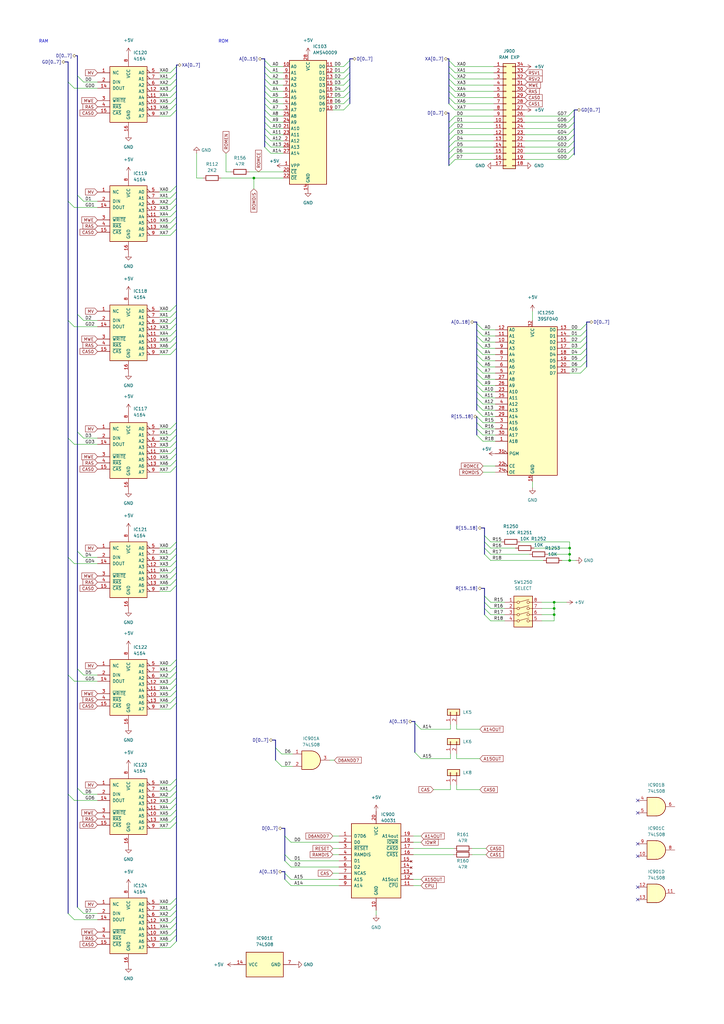
<source format=kicad_sch>
(kicad_sch (version 20230121) (generator eeschema)
  (paper "A3" portrait)
  (junction (at 227.33 252.095))
  (junction (at 233.68 227.33))
  (junction (at 227.33 247.015))
  (junction (at 227.33 249.555))
  (junction (at 104.14 73.025))
  (junction (at 233.68 229.87))
  (junction (at 233.68 224.79))
  (no_connect (at 261.62 368.935))
  (no_connect (at 261.62 363.855))
  (no_connect (at 261.62 351.155))
  (no_connect (at 261.62 346.075))
  (no_connect (at 261.62 333.375))
  (no_connect (at 261.62 328.295))
  (bus_entry (at 195.58 173.355) (size 2.54 2.54))
  (bus_entry (at 69.85 45.085) (size 2.54 -2.54))
  (bus_entry (at 27.94 33.655) (size 2.54 2.54))
  (bus_entry (at 31.75 31.115) (size 2.54 2.54))
  (bus_entry (at 108.585 52.705) (size 2.54 2.54))
  (bus_entry (at 69.85 130.175) (size 2.54 -2.54))
  (bus_entry (at 195.58 145.415) (size 2.54 2.54))
  (bus_entry (at 195.58 158.115) (size 2.54 2.54))
  (bus_entry (at 69.85 332.105) (size 2.54 -2.54))
  (bus_entry (at 195.58 135.255) (size 2.54 2.54))
  (bus_entry (at 186.69 27.305) (size -2.54 -2.54))
  (bus_entry (at 69.85 240.03) (size 2.54 -2.54))
  (bus_entry (at 186.69 32.385) (size -2.54 -2.54))
  (bus_entry (at 233.045 55.245) (size 2.54 -2.54))
  (bus_entry (at 69.85 88.9) (size 2.54 -2.54))
  (bus_entry (at 69.85 175.895) (size 2.54 -2.54))
  (bus_entry (at 69.85 280.67) (size 2.54 -2.54))
  (bus_entry (at 69.85 334.645) (size 2.54 -2.54))
  (bus_entry (at 198.755 244.475) (size 2.54 2.54))
  (bus_entry (at 69.85 180.975) (size 2.54 -2.54))
  (bus_entry (at 69.85 242.57) (size 2.54 -2.54))
  (bus_entry (at 195.58 142.875) (size 2.54 2.54))
  (bus_entry (at 238.125 147.955) (size 2.54 -2.54))
  (bus_entry (at 69.85 370.84) (size 2.54 -2.54))
  (bus_entry (at 69.85 232.41) (size 2.54 -2.54))
  (bus_entry (at 69.85 78.74) (size 2.54 -2.54))
  (bus_entry (at 170.18 308.61) (size 2.54 2.54))
  (bus_entry (at 119.38 345.44) (size -2.54 -2.54))
  (bus_entry (at 119.38 355.6) (size -2.54 -2.54))
  (bus_entry (at 69.85 186.055) (size 2.54 -2.54))
  (bus_entry (at 170.18 296.545) (size 2.54 2.54))
  (bus_entry (at 31.75 177.165) (size 2.54 2.54))
  (bus_entry (at 69.85 42.545) (size 2.54 -2.54))
  (bus_entry (at 195.58 140.335) (size 2.54 2.54))
  (bus_entry (at 69.85 193.675) (size 2.54 -2.54))
  (bus_entry (at 69.85 93.98) (size 2.54 -2.54))
  (bus_entry (at 238.125 140.335) (size 2.54 -2.54))
  (bus_entry (at 198.755 252.095) (size 2.54 2.54))
  (bus_entry (at 198.755 249.555) (size 2.54 2.54))
  (bus_entry (at 69.85 188.595) (size 2.54 -2.54))
  (bus_entry (at 195.58 170.815) (size 2.54 2.54))
  (bus_entry (at 69.85 142.875) (size 2.54 -2.54))
  (bus_entry (at 108.585 37.465) (size 2.54 2.54))
  (bus_entry (at 108.585 50.165) (size 2.54 2.54))
  (bus_entry (at 116.84 358.14) (size 2.54 2.54))
  (bus_entry (at 233.045 57.785) (size 2.54 -2.54))
  (bus_entry (at 108.585 29.845) (size 2.54 2.54))
  (bus_entry (at 108.585 34.925) (size 2.54 2.54))
  (bus_entry (at 108.585 57.785) (size 2.54 2.54))
  (bus_entry (at 108.585 60.325) (size 2.54 2.54))
  (bus_entry (at 108.585 55.245) (size 2.54 2.54))
  (bus_entry (at 69.85 327.025) (size 2.54 -2.54))
  (bus_entry (at 115.57 309.245) (size -2.54 -2.54))
  (bus_entry (at 198.755 219.71) (size 2.54 2.54))
  (bus_entry (at 108.585 42.545) (size 2.54 2.54))
  (bus_entry (at 69.85 135.255) (size 2.54 -2.54))
  (bus_entry (at 195.58 175.895) (size 2.54 2.54))
  (bus_entry (at 69.85 339.725) (size 2.54 -2.54))
  (bus_entry (at 108.585 40.005) (size 2.54 2.54))
  (bus_entry (at 108.585 32.385) (size 2.54 2.54))
  (bus_entry (at 69.85 96.52) (size 2.54 -2.54))
  (bus_entry (at 184.15 60.325) (size 2.54 -2.54))
  (bus_entry (at 69.85 32.385) (size 2.54 -2.54))
  (bus_entry (at 233.045 47.625) (size 2.54 -2.54))
  (bus_entry (at 184.15 57.785) (size 2.54 -2.54))
  (bus_entry (at 140.97 32.385) (size 2.54 -2.54))
  (bus_entry (at 69.85 224.79) (size 2.54 -2.54))
  (bus_entry (at 27.94 179.705) (size 2.54 2.54))
  (bus_entry (at 69.85 86.36) (size 2.54 -2.54))
  (bus_entry (at 238.125 142.875) (size 2.54 -2.54))
  (bus_entry (at 233.045 65.405) (size 2.54 -2.54))
  (bus_entry (at 27.94 325.755) (size 2.54 2.54))
  (bus_entry (at 69.85 40.005) (size 2.54 -2.54))
  (bus_entry (at 27.94 82.55) (size 2.54 2.54))
  (bus_entry (at 69.85 91.44) (size 2.54 -2.54))
  (bus_entry (at 69.85 137.795) (size 2.54 -2.54))
  (bus_entry (at 195.58 137.795) (size 2.54 2.54))
  (bus_entry (at 108.585 24.765) (size 2.54 2.54))
  (bus_entry (at 69.85 278.13) (size 2.54 -2.54))
  (bus_entry (at 69.85 321.945) (size 2.54 -2.54))
  (bus_entry (at 31.75 274.32) (size 2.54 2.54))
  (bus_entry (at 195.58 147.955) (size 2.54 2.54))
  (bus_entry (at 69.85 375.92) (size 2.54 -2.54))
  (bus_entry (at 69.85 81.28) (size 2.54 -2.54))
  (bus_entry (at 69.85 283.21) (size 2.54 -2.54))
  (bus_entry (at 184.15 67.945) (size 2.54 -2.54))
  (bus_entry (at 69.85 378.46) (size 2.54 -2.54))
  (bus_entry (at 69.85 381) (size 2.54 -2.54))
  (bus_entry (at 69.85 47.625) (size 2.54 -2.54))
  (bus_entry (at 184.15 62.865) (size 2.54 -2.54))
  (bus_entry (at 233.045 62.865) (size 2.54 -2.54))
  (bus_entry (at 31.75 323.215) (size 2.54 2.54))
  (bus_entry (at 195.58 168.275) (size 2.54 2.54))
  (bus_entry (at 195.58 153.035) (size 2.54 2.54))
  (bus_entry (at 233.045 52.705) (size 2.54 -2.54))
  (bus_entry (at 195.58 150.495) (size 2.54 2.54))
  (bus_entry (at 140.97 37.465) (size 2.54 -2.54))
  (bus_entry (at 69.85 273.05) (size 2.54 -2.54))
  (bus_entry (at 108.585 27.305) (size 2.54 2.54))
  (bus_entry (at 195.58 132.715) (size 2.54 2.54))
  (bus_entry (at 69.85 140.335) (size 2.54 -2.54))
  (bus_entry (at 27.94 131.445) (size 2.54 2.54))
  (bus_entry (at 238.125 145.415) (size 2.54 -2.54))
  (bus_entry (at 140.97 34.925) (size 2.54 -2.54))
  (bus_entry (at 238.125 137.795) (size 2.54 -2.54))
  (bus_entry (at 69.85 383.54) (size 2.54 -2.54))
  (bus_entry (at 140.97 40.005) (size 2.54 -2.54))
  (bus_entry (at 140.97 29.845) (size 2.54 -2.54))
  (bus_entry (at 69.85 324.485) (size 2.54 -2.54))
  (bus_entry (at 31.75 128.905) (size 2.54 2.54))
  (bus_entry (at 69.85 178.435) (size 2.54 -2.54))
  (bus_entry (at 233.045 60.325) (size 2.54 -2.54))
  (bus_entry (at 69.85 386.08) (size 2.54 -2.54))
  (bus_entry (at 184.15 65.405) (size 2.54 -2.54))
  (bus_entry (at 69.85 227.33) (size 2.54 -2.54))
  (bus_entry (at 238.125 150.495) (size 2.54 -2.54))
  (bus_entry (at 69.85 285.75) (size 2.54 -2.54))
  (bus_entry (at 69.85 234.95) (size 2.54 -2.54))
  (bus_entry (at 195.58 163.195) (size 2.54 2.54))
  (bus_entry (at 198.755 222.25) (size 2.54 2.54))
  (bus_entry (at 69.85 29.845) (size 2.54 -2.54))
  (bus_entry (at 69.85 83.82) (size 2.54 -2.54))
  (bus_entry (at 27.94 228.6) (size 2.54 2.54))
  (bus_entry (at 184.15 52.705) (size 2.54 -2.54))
  (bus_entry (at 184.15 50.165) (size 2.54 -2.54))
  (bus_entry (at 31.75 226.06) (size 2.54 2.54))
  (bus_entry (at 238.125 153.035) (size 2.54 -2.54))
  (bus_entry (at 140.97 27.305) (size 2.54 -2.54))
  (bus_entry (at 69.85 329.565) (size 2.54 -2.54))
  (bus_entry (at 238.125 135.255) (size 2.54 -2.54))
  (bus_entry (at 198.755 224.79) (size 2.54 2.54))
  (bus_entry (at 69.85 191.135) (size 2.54 -2.54))
  (bus_entry (at 27.94 374.65) (size 2.54 2.54))
  (bus_entry (at 186.69 40.005) (size -2.54 -2.54))
  (bus_entry (at 69.85 229.87) (size 2.54 -2.54))
  (bus_entry (at 108.585 47.625) (size 2.54 2.54))
  (bus_entry (at 116.84 360.68) (size 2.54 2.54))
  (bus_entry (at 184.15 55.245) (size 2.54 -2.54))
  (bus_entry (at 198.755 247.015) (size 2.54 2.54))
  (bus_entry (at 69.85 37.465) (size 2.54 -2.54))
  (bus_entry (at 69.85 132.715) (size 2.54 -2.54))
  (bus_entry (at 115.57 314.325) (size -2.54 -2.54))
  (bus_entry (at 140.97 42.545) (size 2.54 -2.54))
  (bus_entry (at 69.85 290.83) (size 2.54 -2.54))
  (bus_entry (at 195.58 160.655) (size 2.54 2.54))
  (bus_entry (at 69.85 388.62) (size 2.54 -2.54))
  (bus_entry (at 69.85 34.925) (size 2.54 -2.54))
  (bus_entry (at 69.85 127.635) (size 2.54 -2.54))
  (bus_entry (at 69.85 183.515) (size 2.54 -2.54))
  (bus_entry (at 186.69 42.545) (size -2.54 -2.54))
  (bus_entry (at 186.69 37.465) (size -2.54 -2.54))
  (bus_entry (at 108.585 45.085) (size 2.54 2.54))
  (bus_entry (at 186.69 29.845) (size -2.54 -2.54))
  (bus_entry (at 31.75 80.01) (size 2.54 2.54))
  (bus_entry (at 69.85 288.29) (size 2.54 -2.54))
  (bus_entry (at 198.755 227.33) (size 2.54 2.54))
  (bus_entry (at 186.69 34.925) (size -2.54 -2.54))
  (bus_entry (at 195.58 178.435) (size 2.54 2.54))
  (bus_entry (at 69.85 337.185) (size 2.54 -2.54))
  (bus_entry (at 195.58 155.575) (size 2.54 2.54))
  (bus_entry (at 140.97 45.085) (size 2.54 -2.54))
  (bus_entry (at 69.85 145.415) (size 2.54 -2.54))
  (bus_entry (at 69.85 237.49) (size 2.54 -2.54))
  (bus_entry (at 195.58 165.735) (size 2.54 2.54))
  (bus_entry (at 186.69 45.085) (size -2.54 -2.54))
  (bus_entry (at 233.045 50.165) (size 2.54 -2.54))
  (bus_entry (at 116.84 350.52) (size 2.54 2.54))
  (bus_entry (at 27.94 276.86) (size 2.54 2.54))
  (bus_entry (at 31.75 372.11) (size 2.54 2.54))
  (bus_entry (at 69.85 275.59) (size 2.54 -2.54))
  (bus_entry (at 69.85 373.38) (size 2.54 -2.54))
  (bus (pts (xy 184.15 37.465) (xy 184.15 40.005)))
  (wire (pts (xy 227.33 252.095) (xy 227.33 249.555)))
  (bus (pts (xy 72.39 135.255) (xy 72.39 137.795)))
  (wire (pts (xy 65.405 45.085) (xy 69.85 45.085)))
  (wire (pts (xy 92.71 62.865) (xy 92.71 70.485)))
  (wire (pts (xy 215.265 60.325) (xy 233.045 60.325)))
  (wire (pts (xy 177.8 323.85) (xy 184.785 323.85)))
  (bus (pts (xy 31.75 22.86) (xy 31.75 31.115)))
  (bus (pts (xy 72.39 191.135) (xy 72.39 222.25)))
  (bus (pts (xy 72.39 45.085) (xy 72.39 76.2)))
  (bus (pts (xy 116.84 358.14) (xy 116.84 360.68)))
  (wire (pts (xy 111.125 52.705) (xy 116.205 52.705)))
  (wire (pts (xy 186.69 42.545) (xy 202.565 42.545)))
  (wire (pts (xy 198.12 142.875) (xy 203.2 142.875)))
  (wire (pts (xy 104.14 73.025) (xy 104.14 77.47)))
  (wire (pts (xy 236.22 229.87) (xy 233.68 229.87)))
  (wire (pts (xy 169.545 360.68) (xy 172.72 360.68)))
  (bus (pts (xy 184.15 57.785) (xy 184.15 60.325)))
  (wire (pts (xy 30.48 36.195) (xy 40.005 36.195)))
  (wire (pts (xy 186.69 40.005) (xy 202.565 40.005)))
  (bus (pts (xy 235.585 50.165) (xy 235.585 52.705)))
  (bus (pts (xy 72.39 29.845) (xy 72.39 32.385)))
  (wire (pts (xy 34.29 276.86) (xy 40.005 276.86)))
  (wire (pts (xy 198.12 155.575) (xy 203.2 155.575)))
  (wire (pts (xy 227.33 254.635) (xy 227.33 252.095)))
  (bus (pts (xy 195.58 145.415) (xy 195.58 147.955)))
  (bus (pts (xy 195.58 135.255) (xy 195.58 137.795)))
  (bus (pts (xy 27.94 325.755) (xy 27.94 374.65)))
  (bus (pts (xy 72.39 273.05) (xy 72.39 275.59)))
  (bus (pts (xy 116.84 342.9) (xy 116.84 350.52)))
  (wire (pts (xy 222.25 249.555) (xy 227.33 249.555)))
  (wire (pts (xy 119.38 353.06) (xy 139.065 353.06)))
  (wire (pts (xy 65.405 329.565) (xy 69.85 329.565)))
  (wire (pts (xy 65.405 145.415) (xy 69.85 145.415)))
  (bus (pts (xy 111.76 303.53) (xy 113.03 303.53)))
  (wire (pts (xy 201.295 254.635) (xy 207.01 254.635)))
  (wire (pts (xy 224.79 227.33) (xy 233.68 227.33)))
  (bus (pts (xy 72.39 240.03) (xy 72.39 270.51)))
  (bus (pts (xy 184.15 60.325) (xy 184.15 62.865)))
  (bus (pts (xy 198.755 241.3) (xy 198.755 244.475)))
  (bus (pts (xy 27.94 25.4) (xy 27.94 33.655)))
  (wire (pts (xy 233.68 137.795) (xy 238.125 137.795)))
  (wire (pts (xy 198.12 163.195) (xy 203.2 163.195)))
  (wire (pts (xy 222.25 252.095) (xy 227.33 252.095)))
  (wire (pts (xy 222.25 254.635) (xy 227.33 254.635)))
  (bus (pts (xy 72.39 370.84) (xy 72.39 373.38)))
  (bus (pts (xy 72.39 78.74) (xy 72.39 81.28)))
  (wire (pts (xy 187.325 311.15) (xy 187.325 309.245)))
  (wire (pts (xy 65.405 191.135) (xy 69.85 191.135)))
  (wire (pts (xy 65.405 132.715) (xy 69.85 132.715)))
  (bus (pts (xy 72.39 319.405) (xy 72.39 321.945)))
  (wire (pts (xy 65.405 130.175) (xy 69.85 130.175)))
  (wire (pts (xy 65.405 332.105) (xy 69.85 332.105)))
  (bus (pts (xy 108.585 34.925) (xy 108.585 37.465)))
  (wire (pts (xy 198.12 165.735) (xy 203.2 165.735)))
  (wire (pts (xy 65.405 275.59) (xy 69.85 275.59)))
  (wire (pts (xy 65.405 232.41) (xy 69.85 232.41)))
  (wire (pts (xy 111.125 34.925) (xy 116.205 34.925)))
  (wire (pts (xy 215.265 57.785) (xy 233.045 57.785)))
  (bus (pts (xy 184.15 24.765) (xy 184.15 27.305)))
  (bus (pts (xy 31.75 31.115) (xy 31.75 80.01)))
  (bus (pts (xy 72.39 173.355) (xy 72.39 175.895)))
  (bus (pts (xy 235.585 60.325) (xy 235.585 62.865)))
  (bus (pts (xy 116.84 357.505) (xy 116.84 358.14)))
  (bus (pts (xy 143.51 40.005) (xy 143.51 42.545)))
  (bus (pts (xy 240.665 132.715) (xy 240.665 135.255)))
  (bus (pts (xy 27.94 82.55) (xy 27.94 131.445)))
  (wire (pts (xy 65.405 234.95) (xy 69.85 234.95)))
  (wire (pts (xy 65.405 224.79) (xy 69.85 224.79)))
  (wire (pts (xy 136.525 358.14) (xy 139.065 358.14)))
  (bus (pts (xy 241.935 132.08) (xy 240.665 132.08)))
  (wire (pts (xy 136.525 350.52) (xy 139.065 350.52)))
  (bus (pts (xy 143.51 29.845) (xy 143.51 32.385)))
  (wire (pts (xy 218.44 127.635) (xy 218.44 131.445)))
  (bus (pts (xy 184.15 55.245) (xy 184.15 57.785)))
  (bus (pts (xy 72.39 125.095) (xy 72.39 127.635)))
  (wire (pts (xy 213.36 222.25) (xy 233.68 222.25)))
  (wire (pts (xy 65.405 381) (xy 69.85 381)))
  (bus (pts (xy 240.665 137.795) (xy 240.665 140.335)))
  (bus (pts (xy 184.15 24.13) (xy 184.15 24.765)))
  (wire (pts (xy 186.69 60.325) (xy 202.565 60.325)))
  (wire (pts (xy 172.72 345.44) (xy 169.545 345.44)))
  (bus (pts (xy 108.585 50.165) (xy 108.585 52.705)))
  (bus (pts (xy 72.39 76.2) (xy 72.39 78.74)))
  (bus (pts (xy 72.39 337.185) (xy 72.39 368.3)))
  (wire (pts (xy 30.48 231.14) (xy 40.005 231.14)))
  (bus (pts (xy 143.51 37.465) (xy 143.51 40.005)))
  (bus (pts (xy 72.39 368.3) (xy 72.39 370.84)))
  (bus (pts (xy 108.585 29.845) (xy 108.585 32.385)))
  (bus (pts (xy 195.58 137.795) (xy 195.58 140.335)))
  (wire (pts (xy 186.69 65.405) (xy 202.565 65.405)))
  (bus (pts (xy 195.58 153.035) (xy 195.58 155.575)))
  (bus (pts (xy 198.755 219.71) (xy 198.755 222.25)))
  (wire (pts (xy 111.125 45.085) (xy 116.205 45.085)))
  (bus (pts (xy 235.585 62.865) (xy 235.585 63.5)))
  (bus (pts (xy 184.15 29.845) (xy 184.15 32.385)))
  (wire (pts (xy 111.125 60.325) (xy 116.205 60.325)))
  (wire (pts (xy 65.405 93.98) (xy 69.85 93.98)))
  (wire (pts (xy 154.305 375.285) (xy 154.305 373.38)))
  (bus (pts (xy 108.585 55.245) (xy 108.585 57.785)))
  (wire (pts (xy 198.12 175.895) (xy 203.2 175.895)))
  (bus (pts (xy 195.58 165.735) (xy 195.58 168.275)))
  (bus (pts (xy 72.39 334.645) (xy 72.39 337.185)))
  (wire (pts (xy 201.295 249.555) (xy 207.01 249.555)))
  (bus (pts (xy 115.57 339.725) (xy 116.84 339.725)))
  (bus (pts (xy 184.15 52.705) (xy 184.15 55.245)))
  (bus (pts (xy 72.39 234.95) (xy 72.39 237.49)))
  (wire (pts (xy 65.405 334.645) (xy 69.85 334.645)))
  (wire (pts (xy 198.12 180.975) (xy 203.2 180.975)))
  (wire (pts (xy 215.265 47.625) (xy 233.045 47.625)))
  (wire (pts (xy 65.405 88.9) (xy 69.85 88.9)))
  (bus (pts (xy 72.39 34.925) (xy 72.39 37.465)))
  (bus (pts (xy 72.39 381) (xy 72.39 383.54)))
  (bus (pts (xy 240.665 132.08) (xy 240.665 132.715)))
  (bus (pts (xy 72.39 229.87) (xy 72.39 232.41)))
  (bus (pts (xy 183.515 46.355) (xy 184.15 46.355)))
  (bus (pts (xy 26.67 25.4) (xy 27.94 25.4)))
  (wire (pts (xy 172.72 299.085) (xy 184.785 299.085)))
  (bus (pts (xy 143.51 32.385) (xy 143.51 34.925)))
  (wire (pts (xy 119.38 360.68) (xy 139.065 360.68)))
  (bus (pts (xy 27.94 131.445) (xy 27.94 179.705)))
  (wire (pts (xy 186.69 62.865) (xy 202.565 62.865)))
  (bus (pts (xy 72.39 130.175) (xy 72.39 132.715)))
  (bus (pts (xy 72.39 40.005) (xy 72.39 42.545)))
  (wire (pts (xy 111.125 37.465) (xy 116.205 37.465)))
  (bus (pts (xy 72.39 288.29) (xy 72.39 319.405)))
  (wire (pts (xy 65.405 32.385) (xy 69.85 32.385)))
  (wire (pts (xy 65.405 324.485) (xy 69.85 324.485)))
  (bus (pts (xy 72.39 227.33) (xy 72.39 229.87)))
  (bus (pts (xy 72.39 373.38) (xy 72.39 375.92)))
  (bus (pts (xy 72.39 186.055) (xy 72.39 188.595)))
  (wire (pts (xy 65.405 337.185) (xy 69.85 337.185)))
  (wire (pts (xy 65.405 188.595) (xy 69.85 188.595)))
  (wire (pts (xy 186.69 37.465) (xy 202.565 37.465)))
  (wire (pts (xy 120.015 309.245) (xy 115.57 309.245)))
  (wire (pts (xy 198.12 150.495) (xy 203.2 150.495)))
  (wire (pts (xy 198.12 135.255) (xy 203.2 135.255)))
  (wire (pts (xy 65.405 339.725) (xy 69.85 339.725)))
  (wire (pts (xy 65.405 242.57) (xy 69.85 242.57)))
  (wire (pts (xy 65.405 96.52) (xy 69.85 96.52)))
  (wire (pts (xy 186.69 34.925) (xy 202.565 34.925)))
  (wire (pts (xy 186.69 55.245) (xy 202.565 55.245)))
  (wire (pts (xy 233.68 140.335) (xy 238.125 140.335)))
  (wire (pts (xy 30.48 85.09) (xy 40.005 85.09)))
  (bus (pts (xy 27.94 276.86) (xy 27.94 325.755)))
  (bus (pts (xy 108.585 40.005) (xy 108.585 42.545)))
  (bus (pts (xy 143.51 24.765) (xy 143.51 27.305)))
  (bus (pts (xy 184.15 65.405) (xy 184.15 67.945)))
  (bus (pts (xy 72.39 329.565) (xy 72.39 332.105)))
  (bus (pts (xy 72.39 332.105) (xy 72.39 334.645)))
  (wire (pts (xy 187.325 299.085) (xy 187.325 297.18)))
  (wire (pts (xy 198.12 140.335) (xy 203.2 140.335)))
  (wire (pts (xy 186.69 50.165) (xy 202.565 50.165)))
  (bus (pts (xy 72.39 222.25) (xy 72.39 224.79)))
  (wire (pts (xy 198.12 137.795) (xy 203.2 137.795)))
  (bus (pts (xy 72.39 327.025) (xy 72.39 329.565)))
  (wire (pts (xy 65.405 40.005) (xy 69.85 40.005)))
  (bus (pts (xy 108.585 52.705) (xy 108.585 55.245)))
  (wire (pts (xy 94.615 70.485) (xy 92.71 70.485)))
  (wire (pts (xy 30.48 279.4) (xy 40.005 279.4)))
  (bus (pts (xy 198.755 249.555) (xy 198.755 252.095)))
  (bus (pts (xy 72.39 93.98) (xy 72.39 125.095)))
  (wire (pts (xy 34.29 33.655) (xy 40.005 33.655)))
  (bus (pts (xy 72.39 283.21) (xy 72.39 285.75)))
  (wire (pts (xy 65.405 280.67) (xy 69.85 280.67)))
  (wire (pts (xy 65.405 42.545) (xy 69.85 42.545)))
  (bus (pts (xy 72.39 26.67) (xy 72.39 27.305)))
  (wire (pts (xy 65.405 278.13) (xy 69.85 278.13)))
  (wire (pts (xy 104.14 73.025) (xy 116.205 73.025)))
  (bus (pts (xy 195.58 140.335) (xy 195.58 142.875)))
  (wire (pts (xy 172.72 311.15) (xy 184.785 311.15)))
  (bus (pts (xy 198.755 222.25) (xy 198.755 224.79)))
  (wire (pts (xy 65.405 375.92) (xy 69.85 375.92)))
  (bus (pts (xy 184.15 32.385) (xy 184.15 34.925)))
  (bus (pts (xy 72.39 237.49) (xy 72.39 240.03)))
  (wire (pts (xy 111.125 62.865) (xy 116.205 62.865)))
  (wire (pts (xy 65.405 34.925) (xy 69.85 34.925)))
  (bus (pts (xy 235.585 52.705) (xy 235.585 55.245)))
  (wire (pts (xy 65.405 229.87) (xy 69.85 229.87)))
  (wire (pts (xy 111.125 47.625) (xy 116.205 47.625)))
  (wire (pts (xy 65.405 47.625) (xy 69.85 47.625)))
  (bus (pts (xy 72.39 183.515) (xy 72.39 186.055)))
  (wire (pts (xy 136.525 42.545) (xy 140.97 42.545)))
  (wire (pts (xy 201.295 252.095) (xy 207.01 252.095)))
  (bus (pts (xy 195.58 132.715) (xy 195.58 135.255)))
  (wire (pts (xy 196.85 299.085) (xy 187.325 299.085)))
  (wire (pts (xy 199.39 347.98) (xy 193.675 347.98)))
  (wire (pts (xy 65.405 178.435) (xy 69.85 178.435)))
  (bus (pts (xy 168.91 295.91) (xy 170.18 295.91)))
  (bus (pts (xy 236.855 45.085) (xy 235.585 45.085)))
  (wire (pts (xy 65.405 237.49) (xy 69.85 237.49)))
  (bus (pts (xy 195.58 132.08) (xy 195.58 132.715)))
  (wire (pts (xy 218.44 200.025) (xy 218.44 197.485)))
  (wire (pts (xy 172.72 342.9) (xy 169.545 342.9)))
  (bus (pts (xy 72.39 127.635) (xy 72.39 130.175)))
  (bus (pts (xy 195.58 150.495) (xy 195.58 153.035)))
  (wire (pts (xy 65.405 86.36) (xy 69.85 86.36)))
  (wire (pts (xy 186.69 47.625) (xy 202.565 47.625)))
  (bus (pts (xy 116.84 339.725) (xy 116.84 342.9)))
  (bus (pts (xy 72.39 178.435) (xy 72.39 180.975)))
  (wire (pts (xy 198.12 193.675) (xy 203.2 193.675)))
  (wire (pts (xy 198.12 170.815) (xy 203.2 170.815)))
  (wire (pts (xy 136.525 27.305) (xy 140.97 27.305)))
  (bus (pts (xy 197.485 216.535) (xy 198.755 216.535)))
  (bus (pts (xy 108.585 57.785) (xy 108.585 60.325)))
  (bus (pts (xy 108.585 24.13) (xy 108.585 24.765)))
  (wire (pts (xy 186.69 57.785) (xy 202.565 57.785)))
  (bus (pts (xy 198.755 244.475) (xy 198.755 247.015)))
  (wire (pts (xy 65.405 373.38) (xy 69.85 373.38)))
  (bus (pts (xy 72.39 232.41) (xy 72.39 234.95)))
  (wire (pts (xy 34.29 374.65) (xy 40.005 374.65)))
  (wire (pts (xy 111.125 42.545) (xy 116.205 42.545)))
  (bus (pts (xy 72.39 137.795) (xy 72.39 140.335)))
  (wire (pts (xy 136.525 45.085) (xy 140.97 45.085)))
  (wire (pts (xy 136.525 34.925) (xy 140.97 34.925)))
  (bus (pts (xy 72.39 275.59) (xy 72.39 278.13)))
  (wire (pts (xy 65.405 135.255) (xy 69.85 135.255)))
  (bus (pts (xy 195.58 175.895) (xy 195.58 178.435)))
  (bus (pts (xy 31.115 22.86) (xy 31.75 22.86)))
  (bus (pts (xy 72.39 375.92) (xy 72.39 378.46)))
  (wire (pts (xy 65.405 137.795) (xy 69.85 137.795)))
  (wire (pts (xy 119.38 363.22) (xy 139.065 363.22)))
  (wire (pts (xy 34.29 179.705) (xy 40.005 179.705)))
  (wire (pts (xy 111.125 50.165) (xy 116.205 50.165)))
  (wire (pts (xy 65.405 288.29) (xy 69.85 288.29)))
  (bus (pts (xy 240.665 142.875) (xy 240.665 145.415)))
  (wire (pts (xy 215.265 65.405) (xy 233.045 65.405)))
  (bus (pts (xy 195.58 160.655) (xy 195.58 163.195)))
  (wire (pts (xy 186.69 27.305) (xy 202.565 27.305)))
  (wire (pts (xy 196.85 311.15) (xy 187.325 311.15)))
  (bus (pts (xy 72.39 180.975) (xy 72.39 183.515)))
  (wire (pts (xy 233.68 145.415) (xy 238.125 145.415)))
  (bus (pts (xy 240.665 147.955) (xy 240.665 150.495)))
  (wire (pts (xy 65.405 175.895) (xy 69.85 175.895)))
  (bus (pts (xy 235.585 57.785) (xy 235.585 60.325)))
  (wire (pts (xy 65.405 193.675) (xy 69.85 193.675)))
  (bus (pts (xy 72.39 224.79) (xy 72.39 227.33)))
  (wire (pts (xy 65.405 78.74) (xy 69.85 78.74)))
  (wire (pts (xy 196.85 323.85) (xy 187.325 323.85)))
  (wire (pts (xy 65.405 227.33) (xy 69.85 227.33)))
  (bus (pts (xy 170.18 295.91) (xy 170.18 296.545)))
  (bus (pts (xy 31.75 274.32) (xy 31.75 323.215)))
  (wire (pts (xy 184.785 323.85) (xy 184.785 321.945)))
  (bus (pts (xy 183.515 24.13) (xy 184.15 24.13)))
  (bus (pts (xy 72.39 91.44) (xy 72.39 93.98)))
  (bus (pts (xy 235.585 45.085) (xy 235.585 47.625)))
  (bus (pts (xy 108.585 32.385) (xy 108.585 34.925)))
  (bus (pts (xy 108.585 37.465) (xy 108.585 40.005)))
  (wire (pts (xy 136.525 32.385) (xy 140.97 32.385)))
  (wire (pts (xy 198.12 147.955) (xy 203.2 147.955)))
  (wire (pts (xy 65.405 285.75) (xy 69.85 285.75)))
  (bus (pts (xy 197.485 241.3) (xy 198.755 241.3)))
  (wire (pts (xy 65.405 180.975) (xy 69.85 180.975)))
  (bus (pts (xy 72.39 27.305) (xy 72.39 29.845)))
  (wire (pts (xy 65.405 29.845) (xy 69.85 29.845)))
  (bus (pts (xy 108.585 42.545) (xy 108.585 45.085)))
  (bus (pts (xy 27.94 33.655) (xy 27.94 82.55)))
  (wire (pts (xy 90.805 73.025) (xy 104.14 73.025)))
  (wire (pts (xy 230.505 229.87) (xy 233.68 229.87)))
  (wire (pts (xy 30.48 133.985) (xy 40.005 133.985)))
  (bus (pts (xy 184.15 46.355) (xy 184.15 50.165)))
  (wire (pts (xy 34.29 82.55) (xy 40.005 82.55)))
  (wire (pts (xy 65.405 290.83) (xy 69.85 290.83)))
  (bus (pts (xy 195.58 147.955) (xy 195.58 150.495)))
  (wire (pts (xy 201.295 224.79) (xy 211.455 224.79)))
  (wire (pts (xy 120.015 314.325) (xy 115.57 314.325)))
  (bus (pts (xy 108.585 24.765) (xy 108.585 27.305)))
  (wire (pts (xy 201.295 222.25) (xy 205.74 222.25)))
  (bus (pts (xy 170.18 296.545) (xy 170.18 308.61)))
  (wire (pts (xy 201.295 227.33) (xy 217.17 227.33)))
  (wire (pts (xy 136.525 347.98) (xy 139.065 347.98)))
  (wire (pts (xy 30.48 182.245) (xy 40.005 182.245)))
  (wire (pts (xy 65.405 383.54) (xy 69.85 383.54)))
  (wire (pts (xy 65.405 81.28) (xy 69.85 81.28)))
  (wire (pts (xy 233.68 224.79) (xy 233.68 227.33)))
  (wire (pts (xy 215.265 52.705) (xy 233.045 52.705)))
  (wire (pts (xy 215.265 50.165) (xy 233.045 50.165)))
  (wire (pts (xy 65.405 378.46) (xy 69.85 378.46)))
  (wire (pts (xy 184.785 299.085) (xy 184.785 297.18)))
  (bus (pts (xy 108.585 27.305) (xy 108.585 29.845)))
  (wire (pts (xy 233.68 142.875) (xy 238.125 142.875)))
  (bus (pts (xy 143.51 27.305) (xy 143.51 29.845)))
  (bus (pts (xy 198.755 247.015) (xy 198.755 249.555)))
  (wire (pts (xy 119.38 345.44) (xy 139.065 345.44)))
  (bus (pts (xy 72.39 86.36) (xy 72.39 88.9)))
  (wire (pts (xy 34.29 325.755) (xy 40.005 325.755)))
  (wire (pts (xy 102.235 70.485) (xy 116.205 70.485)))
  (wire (pts (xy 222.25 247.015) (xy 227.33 247.015)))
  (bus (pts (xy 240.665 135.255) (xy 240.665 137.795)))
  (bus (pts (xy 108.585 47.625) (xy 108.585 50.165)))
  (wire (pts (xy 186.69 32.385) (xy 202.565 32.385)))
  (bus (pts (xy 108.585 45.085) (xy 108.585 47.625)))
  (wire (pts (xy 199.39 350.52) (xy 193.675 350.52)))
  (wire (pts (xy 136.525 29.845) (xy 140.97 29.845)))
  (bus (pts (xy 72.39 132.715) (xy 72.39 135.255)))
  (wire (pts (xy 186.69 29.845) (xy 202.565 29.845)))
  (wire (pts (xy 201.295 247.015) (xy 207.01 247.015)))
  (bus (pts (xy 27.94 179.705) (xy 27.94 228.6)))
  (wire (pts (xy 219.075 224.79) (xy 233.68 224.79)))
  (wire (pts (xy 65.405 91.44) (xy 69.85 91.44)))
  (bus (pts (xy 198.755 224.79) (xy 198.755 227.33)))
  (wire (pts (xy 136.525 37.465) (xy 140.97 37.465)))
  (bus (pts (xy 144.78 24.13) (xy 143.51 24.13)))
  (bus (pts (xy 235.585 47.625) (xy 235.585 50.165)))
  (wire (pts (xy 65.405 388.62) (xy 69.85 388.62)))
  (wire (pts (xy 119.38 355.6) (xy 139.065 355.6)))
  (bus (pts (xy 31.75 128.905) (xy 31.75 177.165)))
  (bus (pts (xy 72.39 324.485) (xy 72.39 327.025)))
  (wire (pts (xy 34.29 131.445) (xy 40.005 131.445)))
  (bus (pts (xy 194.31 132.08) (xy 195.58 132.08)))
  (bus (pts (xy 27.94 228.6) (xy 27.94 276.86)))
  (wire (pts (xy 227.33 249.555) (xy 227.33 247.015)))
  (wire (pts (xy 65.405 370.84) (xy 69.85 370.84)))
  (wire (pts (xy 34.29 228.6) (xy 40.005 228.6)))
  (wire (pts (xy 198.12 160.655) (xy 203.2 160.655)))
  (wire (pts (xy 30.48 377.19) (xy 40.005 377.19)))
  (bus (pts (xy 195.58 142.875) (xy 195.58 145.415)))
  (bus (pts (xy 72.39 378.46) (xy 72.39 381)))
  (bus (pts (xy 113.03 306.705) (xy 113.03 311.785)))
  (bus (pts (xy 72.39 83.82) (xy 72.39 86.36)))
  (wire (pts (xy 198.12 168.275) (xy 203.2 168.275)))
  (bus (pts (xy 184.15 27.305) (xy 184.15 29.845)))
  (wire (pts (xy 233.68 135.255) (xy 238.125 135.255)))
  (wire (pts (xy 184.785 311.15) (xy 184.785 309.245)))
  (wire (pts (xy 233.68 227.33) (xy 233.68 229.87)))
  (wire (pts (xy 169.545 347.98) (xy 186.055 347.98)))
  (bus (pts (xy 184.15 50.165) (xy 184.15 52.705)))
  (wire (pts (xy 215.265 55.245) (xy 233.045 55.245)))
  (bus (pts (xy 72.39 32.385) (xy 72.39 34.925)))
  (wire (pts (xy 111.125 57.785) (xy 116.205 57.785)))
  (bus (pts (xy 73.025 26.67) (xy 72.39 26.67)))
  (bus (pts (xy 195.58 163.195) (xy 195.58 165.735)))
  (wire (pts (xy 169.545 350.52) (xy 186.055 350.52)))
  (wire (pts (xy 65.405 127.635) (xy 69.85 127.635)))
  (bus (pts (xy 143.51 24.13) (xy 143.51 24.765)))
  (bus (pts (xy 115.57 357.505) (xy 116.84 357.505)))
  (wire (pts (xy 136.525 342.9) (xy 139.065 342.9)))
  (wire (pts (xy 65.405 37.465) (xy 69.85 37.465)))
  (wire (pts (xy 136.525 40.005) (xy 140.97 40.005)))
  (wire (pts (xy 198.12 158.115) (xy 203.2 158.115)))
  (wire (pts (xy 80.645 62.865) (xy 80.645 73.025)))
  (bus (pts (xy 72.39 285.75) (xy 72.39 288.29)))
  (wire (pts (xy 111.125 29.845) (xy 116.205 29.845)))
  (bus (pts (xy 184.15 40.005) (xy 184.15 42.545)))
  (bus (pts (xy 235.585 55.245) (xy 235.585 57.785)))
  (wire (pts (xy 65.405 386.08) (xy 69.85 386.08)))
  (wire (pts (xy 186.69 52.705) (xy 202.565 52.705)))
  (wire (pts (xy 198.12 145.415) (xy 203.2 145.415)))
  (bus (pts (xy 116.84 350.52) (xy 116.84 353.06)))
  (bus (pts (xy 198.755 216.535) (xy 198.755 219.71)))
  (wire (pts (xy 65.405 321.945) (xy 69.85 321.945)))
  (bus (pts (xy 195.58 170.815) (xy 195.58 173.355)))
  (bus (pts (xy 184.15 34.925) (xy 184.15 37.465)))
  (bus (pts (xy 72.39 280.67) (xy 72.39 283.21)))
  (bus (pts (xy 72.39 42.545) (xy 72.39 45.085)))
  (bus (pts (xy 195.58 158.115) (xy 195.58 160.655)))
  (wire (pts (xy 65.405 142.875) (xy 69.85 142.875)))
  (wire (pts (xy 198.12 153.035) (xy 203.2 153.035)))
  (wire (pts (xy 233.68 147.955) (xy 238.125 147.955)))
  (bus (pts (xy 72.39 188.595) (xy 72.39 191.135)))
  (wire (pts (xy 111.125 27.305) (xy 116.205 27.305)))
  (bus (pts (xy 107.315 24.13) (xy 108.585 24.13)))
  (wire (pts (xy 201.295 229.87) (xy 222.885 229.87)))
  (wire (pts (xy 233.68 150.495) (xy 238.125 150.495)))
  (wire (pts (xy 65.405 273.05) (xy 69.85 273.05)))
  (bus (pts (xy 240.665 140.335) (xy 240.665 142.875)))
  (wire (pts (xy 83.185 73.025) (xy 80.645 73.025)))
  (wire (pts (xy 65.405 83.82) (xy 69.85 83.82)))
  (bus (pts (xy 72.39 140.335) (xy 72.39 142.875)))
  (bus (pts (xy 31.75 80.01) (xy 31.75 128.905)))
  (bus (pts (xy 72.39 88.9) (xy 72.39 91.44)))
  (bus (pts (xy 72.39 321.945) (xy 72.39 324.485)))
  (bus (pts (xy 72.39 37.465) (xy 72.39 40.005)))
  (wire (pts (xy 198.12 173.355) (xy 203.2 173.355)))
  (wire (pts (xy 186.69 45.085) (xy 202.565 45.085)))
  (wire (pts (xy 187.325 323.85) (xy 187.325 321.945)))
  (wire (pts (xy 65.405 186.055) (xy 69.85 186.055)))
  (bus (pts (xy 240.665 145.415) (xy 240.665 147.955)))
  (wire (pts (xy 198.12 178.435) (xy 203.2 178.435)))
  (wire (pts (xy 198.12 191.135) (xy 203.2 191.135)))
  (bus (pts (xy 31.75 226.06) (xy 31.75 274.32)))
  (bus (pts (xy 31.75 323.215) (xy 31.75 372.11)))
  (wire (pts (xy 227.33 247.015) (xy 232.41 247.015)))
  (wire (pts (xy 65.405 240.03) (xy 69.85 240.03)))
  (wire (pts (xy 215.265 62.865) (xy 233.045 62.865)))
  (wire (pts (xy 233.68 153.035) (xy 238.125 153.035)))
  (wire (pts (xy 233.68 222.25) (xy 233.68 224.79)))
  (wire (pts (xy 172.72 363.22) (xy 169.545 363.22)))
  (bus (pts (xy 72.39 270.51) (xy 72.39 273.05)))
  (wire (pts (xy 111.125 40.005) (xy 116.205 40.005)))
  (bus (pts (xy 72.39 175.895) (xy 72.39 178.435)))
  (wire (pts (xy 65.405 283.21) (xy 69.85 283.21)))
  (wire (pts (xy 65.405 327.025) (xy 69.85 327.025)))
  (wire (pts (xy 111.125 55.245) (xy 116.205 55.245)))
  (bus (pts (xy 195.58 173.355) (xy 195.58 175.895)))
  (wire (pts (xy 65.405 183.515) (xy 69.85 183.515)))
  (bus (pts (xy 143.51 34.925) (xy 143.51 37.465)))
  (bus (pts (xy 72.39 383.54) (xy 72.39 386.08)))
  (bus (pts (xy 72.39 278.13) (xy 72.39 280.67)))
  (wire (pts (xy 65.405 140.335) (xy 69.85 140.335)))
  (bus (pts (xy 184.15 62.865) (xy 184.15 65.405)))
  (wire (pts (xy 111.125 32.385) (xy 116.205 32.385)))
  (bus (pts (xy 195.58 155.575) (xy 195.58 158.115)))
  (bus (pts (xy 31.75 177.165) (xy 31.75 226.06)))
  (bus (pts (xy 72.39 142.875) (xy 72.39 173.355)))
  (bus (pts (xy 72.39 81.28) (xy 72.39 83.82)))
  (wire (pts (xy 30.48 328.295) (xy 40.005 328.295)))
  (wire (pts (xy 137.16 311.785) (xy 135.255 311.785)))
  (bus (pts (xy 113.03 303.53) (xy 113.03 306.705)))
  (text "RAM" (at 15.875 17.78 0) (effects (font (size 1.27 1.27)) (justify left bottom)))
  (text "ROM" (at 89.535 17.78 0) (effects (font (size 1.27 1.27)) (justify left bottom)))
  (label "XA2" (at 65.405 132.715 0))
  (label "GD3" (at 34.925 182.245 0))
  (label "XA0" (at 191.135 27.305 180))
  (label "D0" (at 120.65 345.44 0))
  (label "XA2" (at 65.405 327.025 0))
  (label "A9" (at 198.755 158.115 0))
  (label "D0" (at 234.315 135.255 0))
  (label "XA1" (at 65.405 275.59 0))
  (label "XA6" (at 191.135 42.545 180))
  (label "XA4" (at 65.405 234.95 0))
  (label "A7" (at 111.76 45.085 0))
  (label "A2" (at 198.755 140.335 0))
  (label "D4" (at 137.16 37.465 0))
  (label "XA5" (at 65.405 285.75 0))
  (label "XA6" (at 65.405 337.185 0))
  (label "GD4" (at 34.925 231.14 0))
  (label "XA6" (at 65.405 45.085 0))
  (label "A14" (at 198.755 170.815 0))
  (label "GD6" (at 228.6 50.165 0))
  (label "A4" (at 111.76 37.465 0))
  (label "XA2" (at 65.405 34.925 0))
  (label "D3" (at 187.325 55.245 0))
  (label "D1" (at 120.65 353.06 0))
  (label "D2" (at 137.16 32.385 0))
  (label "A3" (at 198.755 142.875 0))
  (label "A6" (at 111.76 42.545 0))
  (label "XA5" (at 65.405 383.54 0))
  (label "A12" (at 198.755 165.735 0))
  (label "R16" (at 201.93 224.79 0))
  (label "D6" (at 234.315 150.495 0))
  (label "XA3" (at 191.135 34.925 180))
  (label "XA0" (at 65.405 273.05 0))
  (label "D7" (at 119.38 314.325 180))
  (label "XA7" (at 65.405 242.57 0))
  (label "XA0" (at 65.405 78.74 0))
  (label "XA4" (at 65.405 88.9 0))
  (label "D4" (at 34.925 228.6 0))
  (label "GD1" (at 34.925 85.09 0))
  (label "XA5" (at 65.405 237.49 0))
  (label "XA3" (at 65.405 378.46 0))
  (label "D5" (at 234.315 147.955 0))
  (label "XA6" (at 65.405 191.135 0))
  (label "XA3" (at 65.405 135.255 0))
  (label "D2" (at 120.65 355.6 0))
  (label "XA2" (at 65.405 229.87 0))
  (label "A0" (at 111.76 27.305 0))
  (label "XA3" (at 65.405 232.41 0))
  (label "D7" (at 234.315 153.035 0))
  (label "GD7" (at 34.925 377.19 0))
  (label "XA7" (at 65.405 47.625 0))
  (label "XA2" (at 65.405 83.82 0))
  (label "XA1" (at 65.405 130.175 0))
  (label "XA0" (at 65.405 224.79 0))
  (label "D1" (at 34.925 82.55 0))
  (label "A10" (at 111.76 52.705 0))
  (label "XA4" (at 65.405 283.21 0))
  (label "XA3" (at 65.405 280.67 0))
  (label "XA7" (at 65.405 339.725 0))
  (label "R17" (at 198.755 178.435 0))
  (label "A15" (at 120.65 360.68 0))
  (label "A13" (at 198.755 168.275 0))
  (label "XA5" (at 65.405 42.545 0))
  (label "D5" (at 137.16 40.005 0))
  (label "D0" (at 187.325 47.625 0))
  (label "A5" (at 111.76 40.005 0))
  (label "D6" (at 119.38 309.245 180))
  (label "D7" (at 189.865 65.405 180))
  (label "XA1" (at 65.405 324.485 0))
  (label "XA7" (at 191.135 45.085 180))
  (label "XA4" (at 65.405 137.795 0))
  (label "GD0" (at 228.6 65.405 0))
  (label "D2" (at 234.315 140.335 0))
  (label "XA6" (at 65.405 93.98 0))
  (label "XA1" (at 191.135 29.845 180))
  (label "D0" (at 34.925 33.655 0))
  (label "XA4" (at 65.405 381 0))
  (label "XA0" (at 65.405 175.895 0))
  (label "XA5" (at 65.405 140.335 0))
  (label "R17" (at 202.565 252.095 0))
  (label "D1" (at 187.325 50.165 0))
  (label "D1" (at 234.315 137.795 0))
  (label "XA0" (at 65.405 370.84 0))
  (label "A2" (at 111.76 32.385 0))
  (label "XA2" (at 191.135 32.385 180))
  (label "XA1" (at 65.405 373.38 0))
  (label "GD3" (at 228.6 57.785 0))
  (label "XA2" (at 65.405 180.975 0))
  (label "XA1" (at 65.405 227.33 0))
  (label "A5" (at 198.755 147.955 0))
  (label "A4" (at 198.755 145.415 0))
  (label "XA7" (at 65.405 388.62 0))
  (label "GD7" (at 228.6 47.625 0))
  (label "GD2" (at 34.925 133.985 0))
  (label "A8" (at 198.755 155.575 0))
  (label "XA5" (at 191.135 40.005 180))
  (label "XA7" (at 65.405 290.83 0))
  (label "A7" (at 198.755 153.035 0))
  (label "GD6" (at 34.925 328.295 0))
  (label "GD1" (at 228.6 62.865 0))
  (label "XA6" (at 65.405 386.08 0))
  (label "D2" (at 187.325 52.705 0))
  (label "A14" (at 173.355 299.085 0))
  (label "XA3" (at 65.405 183.515 0))
  (label "XA0" (at 65.405 127.635 0))
  (label "D4" (at 234.315 145.415 0))
  (label "XA5" (at 65.405 188.595 0))
  (label "XA5" (at 65.405 91.44 0))
  (label "XA4" (at 191.135 37.465 180))
  (label "XA1" (at 65.405 178.435 0))
  (label "D6" (at 137.16 42.545 0))
  (label "R15" (at 202.565 247.015 0))
  (label "A6" (at 198.755 150.495 0))
  (label "A10" (at 198.755 160.655 0))
  (label "D2" (at 34.925 131.445 0))
  (label "XA3" (at 65.405 329.565 0))
  (label "XA0" (at 65.405 29.845 0))
  (label "R18" (at 198.755 180.975 0))
  (label "GD5" (at 34.925 279.4 0))
  (label "A3" (at 111.76 34.925 0))
  (label "XA2" (at 65.405 375.92 0))
  (label "A1" (at 111.76 29.845 0))
  (label "R18" (at 202.565 254.635 0))
  (label "D5" (at 34.925 276.86 0))
  (label "A8" (at 111.76 47.625 0))
  (label "R16" (at 198.755 175.895 0))
  (label "XA1" (at 65.405 81.28 0))
  (label "A11" (at 198.755 163.195 0))
  (label "A1" (at 198.755 137.795 0))
  (label "XA0" (at 65.405 321.945 0))
  (label "XA2" (at 65.405 278.13 0))
  (label "D3" (at 234.315 142.875 0))
  (label "XA1" (at 65.405 32.385 0))
  (label "R17" (at 201.93 227.33 0))
  (label "XA3" (at 65.405 86.36 0))
  (label "A0" (at 198.755 135.255 0))
  (label "D7" (at 34.925 374.65 0))
  (label "A14" (at 111.76 62.865 0))
  (label "R15" (at 198.755 173.355 0))
  (label "GD2" (at 228.6 60.325 0))
  (label "D4" (at 187.325 57.785 0))
  (label "GD0" (at 34.925 36.195 0))
  (label "XA3" (at 65.405 37.465 0))
  (label "A13" (at 111.76 60.325 0))
  (label "D0" (at 137.16 27.305 0))
  (label "D6" (at 189.865 62.865 180))
  (label "A9" (at 111.76 50.165 0))
  (label "A15" (at 173.355 311.15 0))
  (label "R16" (at 202.565 249.555 0))
  (label "D5" (at 187.325 60.325 0))
  (label "XA6" (at 65.405 142.875 0))
  (label "D7" (at 137.16 45.085 0))
  (label "GD4" (at 228.6 55.245 0))
  (label "XA6" (at 65.405 288.29 0))
  (label "XA4" (at 65.405 332.105 0))
  (label "XA4" (at 65.405 40.005 0))
  (label "A12" (at 111.76 57.785 0))
  (label "XA4" (at 65.405 186.055 0))
  (label "GD5" (at 228.6 52.705 0))
  (label "A11" (at 111.76 55.245 0))
  (label "R18" (at 201.93 229.87 0))
  (label "XA7" (at 65.405 193.675 0))
  (label "D3" (at 137.16 34.925 0))
  (label "D6" (at 34.925 325.755 0))
  (label "D3" (at 34.925 179.705 0))
  (label "XA5" (at 65.405 334.645 0))
  (label "A14" (at 120.65 363.22 0))
  (label "D1" (at 137.16 29.845 0))
  (label "XA7" (at 65.405 145.415 0))
  (label "XA7" (at 65.405 96.52 0))
  (label "XA6" (at 65.405 240.03 0))
  (label "R15" (at 201.93 222.25 0))
  (global_label "A15OUT" (shape input) (at 196.85 311.15 0) (property "Intersheetrefs" "${INTERSHEET_REFS}" (effects hide)))
  (global_label "CAS" (shape input) (at 177.8 323.85 180) (property "Intersheetrefs" "${INTERSHEET_REFS}" (effects hide)))
  (global_label "CAS0" (shape input) (at 40.005 46.355 180) (property "Intersheetrefs" "${INTERSHEET_REFS}" (effects hide)))
  (global_label "MWE" (shape input) (at 40.005 139.065 180) (property "Intersheetrefs" "${INTERSHEET_REFS}" (effects hide)))
  (global_label "RAS" (shape input) (at 40.005 335.915 180) (property "Intersheetrefs" "${INTERSHEET_REFS}" (effects hide)))
  (global_label "IOWR" (shape input) (at 172.72 345.44 0) (property "Intersheetrefs" "${INTERSHEET_REFS}" (effects hide)))
  (global_label "MWE" (shape input) (at 40.005 236.22 180) (property "Intersheetrefs" "${INTERSHEET_REFS}" (effects hide)))
  (global_label "MWE" (shape input) (at 40.005 333.375 180) (property "Intersheetrefs" "${INTERSHEET_REFS}" (effects hide)))
  (global_label "RAS" (shape input) (at 40.005 287.02 180) (property "Intersheetrefs" "${INTERSHEET_REFS}" (effects hide)))
  (global_label "MWE" (shape input) (at 40.005 382.27 180) (property "Intersheetrefs" "${INTERSHEET_REFS}" (effects hide)))
  (global_label "CAS1" (shape input) (at 199.39 350.52 0) (property "Intersheetrefs" "${INTERSHEET_REFS}" (effects hide)))
  (global_label "ROMDIS" (shape input) (at 198.12 193.675 180) (property "Intersheetrefs" "${INTERSHEET_REFS}" (effects hide)))
  (global_label "RSV1" (shape input) (at 215.265 29.845 0) (property "Intersheetrefs" "${INTERSHEET_REFS}" (effects hide)))
  (global_label "MV" (shape input) (at 40.005 127.635 180) (property "Intersheetrefs" "${INTERSHEET_REFS}" (effects hide)))
  (global_label "RAS" (shape input) (at 40.005 92.71 180) (property "Intersheetrefs" "${INTERSHEET_REFS}" (effects hide)))
  (global_label "CPU" (shape input) (at 172.72 363.22 0) (property "Intersheetrefs" "${INTERSHEET_REFS}" (effects hide)))
  (global_label "CAS0" (shape input) (at 215.265 40.005 0) (property "Intersheetrefs" "${INTERSHEET_REFS}" (effects hide)))
  (global_label "MV" (shape input) (at 40.005 224.79 180) (property "Intersheetrefs" "${INTERSHEET_REFS}" (effects hide)))
  (global_label "CAS0" (shape input) (at 40.005 192.405 180) (property "Intersheetrefs" "${INTERSHEET_REFS}" (effects hide)))
  (global_label "RAS" (shape input) (at 40.005 43.815 180) (property "Intersheetrefs" "${INTERSHEET_REFS}" (effects hide)))
  (global_label "MWE" (shape input) (at 40.005 187.325 180) (property "Intersheetrefs" "${INTERSHEET_REFS}" (effects hide)))
  (global_label "MWE" (shape input) (at 40.005 41.275 180) (property "Intersheetrefs" "${INTERSHEET_REFS}" (effects hide)))
  (global_label "RAS" (shape input) (at 40.005 384.81 180) (property "Intersheetrefs" "${INTERSHEET_REFS}" (effects hide)))
  (global_label "CAS1" (shape input) (at 215.265 42.545 0) (property "Intersheetrefs" "${INTERSHEET_REFS}" (effects hide)))
  (global_label "RAS" (shape input) (at 40.005 141.605 180) (property "Intersheetrefs" "${INTERSHEET_REFS}" (effects hide)))
  (global_label "CAS0" (shape input) (at 40.005 95.25 180) (property "Intersheetrefs" "${INTERSHEET_REFS}" (effects hide)))
  (global_label "CAS0" (shape input) (at 40.005 144.145 180) (property "Intersheetrefs" "${INTERSHEET_REFS}" (effects hide)))
  (global_label "CAS0" (shape input) (at 196.85 323.85 0) (property "Intersheetrefs" "${INTERSHEET_REFS}" (effects hide)))
  (global_label "MV" (shape input) (at 40.005 29.845 180) (property "Intersheetrefs" "${INTERSHEET_REFS}" (effects hide)))
  (global_label "CAS0" (shape input) (at 40.005 338.455 180) (property "Intersheetrefs" "${INTERSHEET_REFS}" (effects hide)))
  (global_label "A15OUT" (shape input) (at 172.72 360.68 0) (property "Intersheetrefs" "${INTERSHEET_REFS}" (effects hide)))
  (global_label "MV" (shape input) (at 40.005 175.895 180) (property "Intersheetrefs" "${INTERSHEET_REFS}" (effects hide)))
  (global_label "D6ANDD7" (shape input) (at 136.525 342.9 180) (property "Intersheetrefs" "${INTERSHEET_REFS}" (effects hide)))
  (global_label "ROMCE" (shape input) (at 106.045 70.485 90) (property "Intersheetrefs" "${INTERSHEET_REFS}" (effects hide)))
  (global_label "RAMDIS" (shape input) (at 136.525 350.52 180) (property "Intersheetrefs" "${INTERSHEET_REFS}" (effects hide)))
  (global_label "MV" (shape input) (at 40.005 78.74 180) (property "Intersheetrefs" "${INTERSHEET_REFS}" (effects hide)))
  (global_label "RAS" (shape input) (at 215.265 37.465 0) (property "Intersheetrefs" "${INTERSHEET_REFS}" (effects hide)))
  (global_label "A14OUT" (shape input) (at 172.72 342.9 0) (property "Intersheetrefs" "${INTERSHEET_REFS}" (effects hide)))
  (global_label "CAS0" (shape input) (at 40.005 241.3 180) (property "Intersheetrefs" "${INTERSHEET_REFS}" (effects hide)))
  (global_label "ROMCE" (shape input) (at 198.12 191.135 180) (property "Intersheetrefs" "${INTERSHEET_REFS}" (effects hide)))
  (global_label "MWE" (shape input) (at 215.265 34.925 0) (property "Intersheetrefs" "${INTERSHEET_REFS}" (effects hide)))
  (global_label "RAS" (shape input) (at 40.005 238.76 180) (property "Intersheetrefs" "${INTERSHEET_REFS}" (effects hide)))
  (global_label "MV" (shape input) (at 40.005 273.05 180) (property "Intersheetrefs" "${INTERSHEET_REFS}" (effects hide)))
  (global_label "MV" (shape input) (at 40.005 321.945 180) (property "Intersheetrefs" "${INTERSHEET_REFS}" (effects hide)))
  (global_label "D6ANDD7" (shape input) (at 137.16 311.785 0) (property "Intersheetrefs" "${INTERSHEET_REFS}" (effects hide)))
  (global_label "MWE" (shape input) (at 40.005 284.48 180) (property "Intersheetrefs" "${INTERSHEET_REFS}" (effects hide)))
  (global_label "CAS" (shape input) (at 136.525 358.14 180) (property "Intersheetrefs" "${INTERSHEET_REFS}" (effects hide)))
  (global_label "RAS" (shape input) (at 40.005 189.865 180) (property "Intersheetrefs" "${INTERSHEET_REFS}" (effects hide)))
  (global_label "CAS0" (shape input) (at 40.005 289.56 180) (property "Intersheetrefs" "${INTERSHEET_REFS}" (effects hide)))
  (global_label "CAS0" (shape input) (at 199.39 347.98 0) (property "Intersheetrefs" "${INTERSHEET_REFS}" (effects hide)))
  (global_label "CAS0" (shape input) (at 40.005 387.35 180) (property "Intersheetrefs" "${INTERSHEET_REFS}" (effects hide)))
  (global_label "MV" (shape input) (at 40.005 370.84 180) (property "Intersheetrefs" "${INTERSHEET_REFS}" (effects hide)))
  (global_label "MWE" (shape input) (at 40.005 90.17 180) (property "Intersheetrefs" "${INTERSHEET_REFS}" (effects hide)))
  (global_label "ROMDIS" (shape input) (at 104.14 77.47 270) (property "Intersheetrefs" "${INTERSHEET_REFS}" (effects hide)))
  (global_label "A14OUT" (shape input) (at 196.85 299.085 0) (property "Intersheetrefs" "${INTERSHEET_REFS}" (effects hide)))
  (global_label "RSV2" (shape input) (at 215.265 32.385 0) (property "Intersheetrefs" "${INTERSHEET_REFS}" (effects hide)))
  (global_label "ROMEN" (shape input) (at 92.71 62.865 90) (property "Intersheetrefs" "${INTERSHEET_REFS}" (effects hide)))
  (global_label "RESET" (shape input) (at 136.525 347.98 180) (property "Intersheetrefs" "${INTERSHEET_REFS}" (effects hide)))
  (hierarchical_label "R[15..18]" (shape bidirectional) (at 197.485 216.535 180))
  (hierarchical_label "A[0..15]" (shape bidirectional) (at 107.315 24.13 180))
  (hierarchical_label "D[0..7]" (shape bidirectional) (at 31.115 22.86 180))
  (hierarchical_label "XA[0..7]" (shape bidirectional) (at 73.025 26.67 0))
  (hierarchical_label "D[0..7]" (shape bidirectional) (at 115.57 339.725 180))
  (hierarchical_label "XA[0..7]" (shape bidirectional) (at 183.515 24.13 180))
  (hierarchical_label "R[15..18]" (shape bidirectional) (at 197.485 241.3 180))
  (hierarchical_label "A[0..15]" (shape bidirectional) (at 168.91 295.91 180))
  (hierarchical_label "GD[0..7]" (shape bidirectional) (at 236.855 45.085 0))
  (hierarchical_label "A[0..18]" (shape bidirectional) (at 194.31 132.08 180))
  (hierarchical_label "GD[0..7]" (shape bidirectional) (at 26.67 25.4 180))
  (hierarchical_label "A[0..15]" (shape bidirectional) (at 115.57 357.505 180))
  (hierarchical_label "D[0..7]" (shape bidirectional) (at 144.78 24.13 0))
  (hierarchical_label "R[15..18]" (shape bidirectional) (at 195.58 170.815 180))
  (hierarchical_label "D[0..7]" (shape bidirectional) (at 241.935 132.08 0))
  (hierarchical_label "D[0..7]" (shape bidirectional) (at 111.76 303.53 180))
  (hierarchical_label "D[0..7]" (shape bidirectional) (at 183.515 46.355 180))
  (symbol (lib_id "power:GND") (at 215.265 67.945 90) (unit 1)
    (property "Reference" "#PWR0202" (effects hide))
    (property "Value" "GND" (at 219.075 67.9449 90) (effects (justify right)))
  )
  (symbol (lib_name "4164_4") (lib_id "Amstrad:4164") (at 52.705 232.41 0) (unit 1)
    (property "Reference" "IC121" (at 54.7244 217.17 0) (effects (justify left)))
    (property "Value" "4164" (at 54.7244 219.71 0) (effects (justify left)))
    (property "Footprint" "Package_DIP:DIP-16_W7.62mm" (effects hide))
  )
  (symbol (lib_name "4164_1") (lib_id "Amstrad:4164") (at 52.705 37.465 0) (unit 1)
    (property "Reference" "IC120" (at 54.7244 21.59 0) (effects (justify left)))
    (property "Value" "4164" (at 54.7244 24.13 0) (effects (justify left)))
    (property "Footprint" "Package_DIP:DIP-16_W7.62mm" (effects hide))
  )
  (symbol (lib_id "Connector_Generic:Conn_02x17_Counter_Clockwise") (at 207.645 47.625 0) (unit 1)
    (property "Reference" "J900" (at 208.915 20.955 0))
    (property "Value" "RAM EXP" (at 208.915 23.495 0))
    (property "Footprint" "Connector_PinHeader_2.54mm:PinHeader_2x17_P2.54mm_Vertical" (effects hide))
  )
  (symbol (lib_id "power:+5V") (at 52.705 314.325 0) (unit 1)
    (property "Reference" "#PWR0197" (effects hide))
    (property "Value" "+5V" (at 52.705 308.61 0))
  )
  (symbol (lib_id "power:+5V") (at 154.305 332.74 0) (unit 1)
    (property "Reference" "#PWR0199" (effects hide))
    (property "Value" "+5V" (at 154.305 327.025 0))
  )
  (symbol (lib_id "74xx:74LS08") (at 127.635 311.785 0) (unit 1)
    (property "Reference" "IC901" (at 127.635 302.895 0))
    (property "Value" "74LS08" (at 127.635 305.435 0))
    (property "Footprint" "Package_SO:SOIC-14_3.9x8.7mm_P1.27mm" (effects hide))
    (property "Datasheet" "http://www.ti.com/lit/gpn/sn74LS08" (effects hide))
  )
  (symbol (lib_id "power:GND") (at 52.705 347.345 0) (unit 1)
    (property "Reference" "#PWR0194" (effects hide))
    (property "Value" "GND" (at 52.705 352.425 0))
  )
  (symbol (lib_id "power:GND") (at 52.705 153.035 0) (unit 1)
    (property "Reference" "#PWR0188" (effects hide))
    (property "Value" "GND" (at 52.705 158.115 0))
  )
  (symbol (lib_id "power:GND") (at 236.22 229.87 90) (unit 1)
    (property "Reference" "#PWR0216" (effects hide))
    (property "Value" "GND" (at 239.395 229.8699 90) (effects (justify right)))
  )
  (symbol (lib_id "Device:R") (at 86.995 73.025 270) (unit 1)
    (property "Reference" "R112" (at 86.995 67.31 90))
    (property "Value" "2K2" (at 86.995 69.85 90))
    (property "Footprint" "Resistor_SMD:R_0805_2012Metric" (effects hide))
    (property "LCSC" "C114561" (effects hide))
  )
  (symbol (lib_id "power:GND") (at 80.645 62.865 180) (unit 1)
    (property "Reference" "#PWR0181" (effects hide))
    (property "Value" "GND" (at 82.55 61.5949 0) (effects (justify right)))
  )
  (symbol (lib_id "power:+5V") (at 126.365 22.225 0) (unit 1)
    (property "Reference" "#PWR0182" (effects hide))
    (property "Value" "+5V" (at 126.365 16.51 0))
  )
  (symbol (lib_id "Device:R") (at 209.55 222.25 90) (unit 1)
    (property "Reference" "R1250" (at 209.55 215.9 90))
    (property "Value" "10K" (at 209.55 218.44 90))
    (property "Footprint" "Resistor_SMD:R_0805_2012Metric" (effects hide))
  )
  (symbol (lib_id "power:+5V") (at 232.41 247.015 270) (unit 1)
    (property "Reference" "#PWR0217" (effects hide))
    (property "Value" "+5V" (at 235.585 247.0149 90) (effects (justify left)))
  )
  (symbol (lib_name "4164_7") (lib_id "Amstrad:4164") (at 52.705 280.67 0) (unit 1)
    (property "Reference" "IC122" (at 54.7244 265.43 0) (effects (justify left)))
    (property "Value" "4164" (at 54.7244 267.97 0) (effects (justify left)))
    (property "Footprint" "Package_DIP:DIP-16_W7.62mm" (effects hide))
  )
  (symbol (lib_id "power:+5V") (at 215.265 45.085 270) (unit 1)
    (property "Reference" "#PWR0201" (effects hide))
    (property "Value" "+5V" (at 219.075 45.0849 90) (effects (justify left)))
  )
  (symbol (lib_id "power:GND") (at 154.305 375.285 0) (unit 1)
    (property "Reference" "#PWR0204" (effects hide))
    (property "Value" "GND" (at 154.305 380.365 0))
  )
  (symbol (lib_id "74xx:74LS08") (at 269.24 366.395 0) (unit 4)
    (property "Reference" "IC901" (at 269.24 357.505 0))
    (property "Value" "74LS08" (at 269.24 360.045 0))
    (property "Footprint" "Package_SO:SOIC-14_3.9x8.7mm_P1.27mm" (effects hide))
    (property "Datasheet" "http://www.ti.com/lit/gpn/sn74LS08" (effects hide))
  )
  (symbol (lib_id "power:+5V") (at 215.265 27.305 270) (unit 1)
    (property "Reference" "#PWR0203" (effects hide))
    (property "Value" "+5V" (at 219.075 27.3049 90) (effects (justify left)))
  )
  (symbol (lib_id "power:+5V") (at 203.2 186.055 90) (unit 1)
    (property "Reference" "#PWR0220" (effects hide))
    (property "Value" "+5V" (at 197.485 184.15 90) (effects (justify right)))
  )
  (symbol (lib_name "4164_2") (lib_id "Amstrad:4164") (at 52.705 86.36 0) (unit 1)
    (property "Reference" "IC119" (at 54.7244 71.12 0) (effects (justify left)))
    (property "Value" "4164" (at 54.7244 73.66 0) (effects (justify left)))
    (property "Footprint" "Package_DIP:DIP-16_W7.62mm" (effects hide))
  )
  (symbol (lib_id "power:GND") (at 52.705 250.19 0) (unit 1)
    (property "Reference" "#PWR0192" (effects hide))
    (property "Value" "GND" (at 52.705 255.27 0))
  )
  (symbol (lib_id "power:+5V") (at 116.205 67.945 90) (unit 1)
    (property "Reference" "#PWR0200" (effects hide))
    (property "Value" "+5V" (at 110.49 66.04 90) (effects (justify right)))
  )
  (symbol (lib_id "Device:R") (at 189.865 350.52 90) (unit 1)
    (property "Reference" "R160" (at 189.865 353.06 90))
    (property "Value" "47R" (at 189.865 355.6 90))
    (property "Footprint" "Resistor_SMD:R_0805_2012Metric" (effects hide))
    (property "LCSC" "C114245" (effects hide))
  )
  (symbol (lib_id "Connector_Generic:Conn_01x02") (at 184.785 316.865 90) (unit 1)
    (property "Reference" "LK8" (at 189.865 316.8649 90) (effects (justify right)))
    (property "Value" "LK8" (effects hide))
    (property "Footprint" "Connector_PinHeader_2.54mm:PinHeader_1x02_P2.54mm_Vertical" (effects hide))
  )
  (symbol (lib_id "power:+5V") (at 52.705 22.225 0) (unit 1)
    (property "Reference" "#PWR0180" (effects hide))
    (property "Value" "+5V" (at 52.705 16.51 0))
  )
  (symbol (lib_id "power:+5V") (at 52.705 120.015 0) (unit 1)
    (property "Reference" "#PWR0185" (effects hide))
    (property "Value" "+5V" (at 52.705 114.3 0))
  )
  (symbol (lib_id "power:+5V") (at 52.705 363.22 0) (unit 1)
    (property "Reference" "#PWR0195" (effects hide))
    (property "Value" "+5V" (at 52.705 357.505 0))
  )
  (symbol (lib_id "power:+5V") (at 95.885 395.605 90) (unit 1)
    (property "Reference" "#PWR0206" (effects hide))
    (property "Value" "+5V" (at 87.63 395.605 90) (effects (justify right)))
  )
  (symbol (lib_id "Memory_EPROM:27C256") (at 126.365 50.165 0) (unit 1) (in_bom no) (on_board no)
    (property "Reference" "IC103" (at 128.3844 19.05 0) (effects (justify left)))
    (property "Value" "AMS40009" (at 128.3844 21.59 0) (effects (justify left)))
    (property "Footprint" "Package_DIP:DIP-28_W15.24mm" (effects hide))
    (property "Datasheet" "http://ww1.microchip.com/downloads/en/DeviceDoc/doc0014.pdf" (effects hide))
  )
  (symbol (lib_id "ROM:39SF040") (at 218.44 165.735 0) (unit 1)
    (property "Reference" "IC1250" (at 220.4594 128.27 0) (effects (justify left)))
    (property "Value" "39SF040" (at 220.4594 130.81 0) (effects (justify left)))
    (property "Footprint" "Package_LCC:PLCC-32_THT-Socket" (effects hide))
  )
  (symbol (lib_name "4164_3") (lib_id "Amstrad:4164") (at 52.705 135.255 0) (unit 1)
    (property "Reference" "IC118" (at 54.7244 119.38 0) (effects (justify left)))
    (property "Value" "4164" (at 54.7244 121.92 0) (effects (justify left)))
    (property "Footprint" "Package_DIP:DIP-16_W7.62mm" (effects hide))
  )
  (symbol (lib_id "74xx:74LS08") (at 269.24 330.835 0) (unit 2)
    (property "Reference" "IC901" (at 269.24 321.945 0))
    (property "Value" "74LS08" (at 269.24 324.485 0))
    (property "Footprint" "Package_SO:SOIC-14_3.9x8.7mm_P1.27mm" (effects hide))
    (property "Datasheet" "http://www.ti.com/lit/gpn/sn74LS08" (effects hide))
  )
  (symbol (lib_id "Device:R") (at 220.98 227.33 90) (unit 1)
    (property "Reference" "R1252" (at 220.98 220.98 90))
    (property "Value" "10K" (at 220.98 223.52 90))
    (property "Footprint" "Resistor_SMD:R_0805_2012Metric" (effects hide))
  )
  (symbol (lib_id "74xx:74LS08") (at 269.24 348.615 0) (unit 3)
    (property "Reference" "IC901" (at 269.24 339.725 0))
    (property "Value" "74LS08" (at 269.24 342.265 0))
    (property "Footprint" "Package_SO:SOIC-14_3.9x8.7mm_P1.27mm" (effects hide))
    (property "Datasheet" "http://www.ti.com/lit/gpn/sn74LS08" (effects hide))
  )
  (symbol (lib_id "power:GND") (at 202.565 67.945 270) (unit 1)
    (property "Reference" "#PWR0149" (effects hide))
    (property "Value" "GND" (at 194.945 67.945 90) (effects (justify left)))
  )
  (symbol (lib_id "Device:R") (at 189.865 347.98 90) (unit 1)
    (property "Reference" "R161" (at 189.865 342.265 90))
    (property "Value" "47R" (at 189.865 344.805 90))
    (property "Footprint" "Resistor_SMD:R_0805_2012Metric" (effects hide))
    (property "LCSC" "C114245" (effects hide))
  )
  (symbol (lib_id "power:GND") (at 52.705 104.14 0) (unit 1)
    (property "Reference" "#PWR0184" (effects hide))
    (property "Value" "GND" (at 52.705 109.22 0))
  )
  (symbol (lib_id "Connector_Generic:Conn_01x02") (at 184.785 304.165 90) (unit 1)
    (property "Reference" "LK6" (at 189.865 304.1649 90) (effects (justify right)))
    (property "Value" "LK6" (effects hide))
    (property "Footprint" "Connector_PinHeader_2.54mm:PinHeader_1x02_P2.54mm_Vertical" (effects hide))
  )
  (symbol (lib_id "power:GND") (at 218.44 200.025 0) (unit 1)
    (property "Reference" "#PWR0219" (effects hide))
    (property "Value" "GND" (at 218.44 205.105 0))
  )
  (symbol (lib_id "74xx:74LS08") (at 108.585 395.605 90) (unit 5)
    (property "Reference" "IC901" (at 108.585 384.81 90))
    (property "Value" "74LS08" (at 108.585 387.35 90))
    (property "Footprint" "Package_SO:SOIC-14_3.9x8.7mm_P1.27mm" (effects hide))
    (property "Datasheet" "http://www.ti.com/lit/gpn/sn74LS08" (effects hide))
  )
  (symbol (lib_id "Device:R") (at 98.425 70.485 270) (unit 1)
    (property "Reference" "R156" (at 98.425 64.77 90))
    (property "Value" "47R" (at 98.425 67.31 90))
    (property "Footprint" "Resistor_SMD:R_0805_2012Metric" (effects hide))
    (property "LCSC" "C114541" (effects hide))
  )
  (symbol (lib_id "Device:R") (at 226.695 229.87 90) (unit 1)
    (property "Reference" "R1253" (at 226.695 224.79 90))
    (property "Value" "10K" (at 226.695 227.33 90))
    (property "Footprint" "Resistor_SMD:R_0805_2012Metric" (effects hide))
  )
  (symbol (lib_id "power:GND") (at 52.705 55.245 0) (unit 1)
    (property "Reference" "#PWR0186" (effects hide))
    (property "Value" "GND" (at 52.705 60.325 0))
  )
  (symbol (lib_id "power:GND") (at 121.285 395.605 90) (unit 1)
    (property "Reference" "#PWR0205" (effects hide))
    (property "Value" "GND" (at 124.46 395.6049 90) (effects (justify right)))
  )
  (symbol (lib_id "power:+5V") (at 218.44 127.635 0) (unit 1)
    (property "Reference" "#PWR0218" (effects hide))
    (property "Value" "+5V" (at 218.44 121.92 0))
  )
  (symbol (lib_id "power:+5V") (at 52.705 71.12 0) (unit 1)
    (property "Reference" "#PWR0187" (effects hide))
    (property "Value" "+5V" (at 52.705 65.405 0))
  )
  (symbol (lib_id "Amstrad:4164") (at 52.705 183.515 0) (unit 1)
    (property "Reference" "IC117" (at 54.7244 167.64 0) (effects (justify left)))
    (property "Value" "4164" (at 54.7244 170.18 0) (effects (justify left)))
    (property "Footprint" "Package_DIP:DIP-16_W7.62mm" (effects hide))
  )
  (symbol (lib_id "power:+5V") (at 52.705 168.275 0) (unit 1)
    (property "Reference" "#PWR0189" (effects hide))
    (property "Value" "+5V" (at 52.705 162.56 0))
  )
  (symbol (lib_id "power:GND") (at 126.365 78.105 0) (unit 1)
    (property "Reference" "#PWR0183" (effects hide))
    (property "Value" "GND" (at 126.365 83.185 0))
  )
  (symbol (lib_id "Amstrad:40031") (at 154.305 353.06 0) (unit 1)
    (property "Reference" "IC900" (at 156.2609 334.01 0) (effects (justify left)))
    (property "Value" "40031" (at 156.2609 336.55 0) (effects (justify left)))
    (property "Footprint" "Package_DIP:DIP-20_W7.62mm" (effects hide))
  )
  (symbol (lib_id "power:+5V") (at 52.705 265.43 0) (unit 1)
    (property "Reference" "#PWR0193" (effects hide))
    (property "Value" "+5V" (at 52.705 259.715 0))
  )
  (symbol (lib_id "Device:R") (at 215.265 224.79 90) (unit 1)
    (property "Reference" "R1251" (at 215.265 218.44 90))
    (property "Value" "10K" (at 215.265 220.98 90))
    (property "Footprint" "Resistor_SMD:R_0805_2012Metric" (effects hide))
  )
  (symbol (lib_name "4164_6") (lib_id "Amstrad:4164") (at 52.705 378.46 0) (unit 1)
    (property "Reference" "IC124" (at 54.7244 363.22 0) (effects (justify left)))
    (property "Value" "4164" (at 54.7244 365.76 0) (effects (justify left)))
    (property "Footprint" "Package_DIP:DIP-16_W7.62mm" (effects hide))
  )
  (symbol (lib_id "power:GND") (at 52.705 396.24 0) (unit 1)
    (property "Reference" "#PWR0196" (effects hide))
    (property "Value" "GND" (at 52.705 401.32 0))
  )
  (symbol (lib_id "power:GND") (at 52.705 298.45 0) (unit 1)
    (property "Reference" "#PWR0198" (effects hide))
    (property "Value" "GND" (at 52.705 303.53 0))
  )
  (symbol (lib_id "Switch:SW_DIP_x04") (at 214.63 252.095 0) (unit 1)
    (property "Reference" "SW1250" (at 214.63 238.76 0))
    (property "Value" "SELECT" (at 214.63 241.3 0))
    (property "Footprint" "Package_DIP:DIP-8_W7.62mm_Socket" (effects hide))
  )
  (symbol (lib_id "power:+5V") (at 52.705 217.17 0) (unit 1)
    (property "Reference" "#PWR0191" (effects hide))
    (property "Value" "+5V" (at 52.705 211.455 0))
  )
  (symbol (lib_id "Connector_Generic:Conn_01x02") (at 184.785 292.1 90) (unit 1)
    (property "Reference" "LK5" (at 189.865 292.0999 90) (effects (justify right)))
    (property "Value" "LK5" (effects hide))
    (property "Footprint" "Connector_PinHeader_2.54mm:PinHeader_1x02_P2.54mm_Vertical" (effects hide))
  )
  (symbol (lib_id "power:GND") (at 52.705 201.295 0) (unit 1)
    (property "Reference" "#PWR0190" (effects hide))
    (property "Value" "GND" (at 52.705 206.375 0))
  )
  (symbol (lib_name "4164_5") (lib_id "Amstrad:4164") (at 52.705 329.565 0) (unit 1)
    (property "Reference" "IC123" (at 54.7244 313.69 0) (effects (justify left)))
    (property "Value" "4164" (at 54.7244 316.23 0) (effects (justify left)))
    (property "Footprint" "Package_DIP:DIP-16_W7.62mm" (effects hide))
  )
)
</source>
